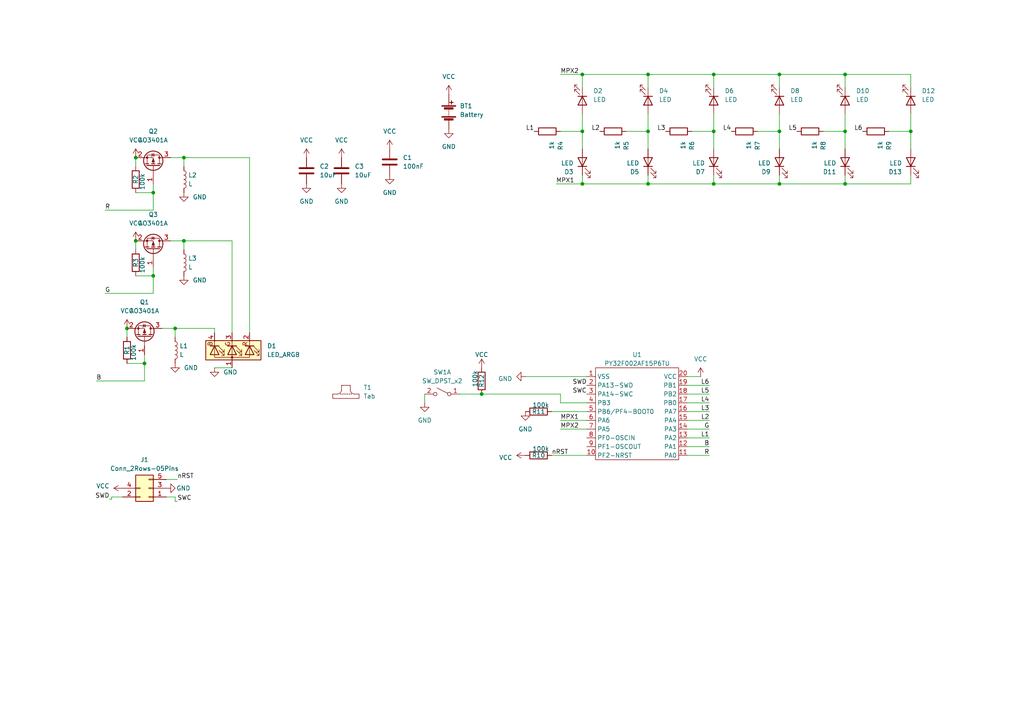
<source format=kicad_sch>
(kicad_sch (version 20250114) (generator "eeschema") (generator_version "9.0")
  (paper "A4")
  (lib_symbols
    (symbol "Connector_Generic:Conn_2Rows-05Pins" (pin_names (offset 1.016) (hide yes))
      (property "Reference" "J" (at 1.27 5.08 0))
      (property "Value" "Conn_2Rows-05Pins" (at 1.27 -5.08 0))
      (symbol "Conn_2Rows-05Pins_1_1"
        (rectangle (start -1.27 3.81) (end 3.81 -3.81) (stroke (width 0.254)) (fill (type background)))
        (rectangle (start -1.27 2.667) (end 0 2.413) (stroke (width 0.1524)))
        (rectangle (start -1.27 0.127) (end 0 -0.127) (stroke (width 0.1524)))
        (rectangle (start -1.27 -2.413) (end 0 -2.667) (stroke (width 0.1524)))
        (rectangle (start 3.81 2.667) (end 2.54 2.413) (stroke (width 0.1524)))
        (rectangle (start 3.81 0.127) (end 2.54 -0.127) (stroke (width 0.1524)))
        (pin passive line (at -5.08 2.54 0) (length 3.81) (name "Pin_1") (number "1"))
        (pin passive line (at -5.08 0 0) (length 3.81) (name "Pin_3") (number "3"))
        (pin passive line (at -5.08 -2.54 0) (length 3.81) (name "Pin_5") (number "5"))
        (pin passive line (at 7.62 2.54 180) (length 3.81) (name "Pin_2") (number "2"))
        (pin passive line (at 7.62 0 180) (length 3.81) (name "Pin_4") (number "4"))
      )
    )
    (symbol "Device:Battery" (pin_numbers (hide yes)) (pin_names (offset 0) (hide yes))
      (property "Reference" "BT" (at 2.54 2.54 0))
      (property "Value" "Battery" (at 2.54 0 0))
      (symbol "Battery_0_1"
        (rectangle (start -2.032 1.778) (end 2.032 1.524) (fill (type outline)))
        (rectangle (start -2.032 -1.397) (end 2.032 -1.651) (fill (type outline)))
        (rectangle (start -1.3208 1.1938) (end 1.27 0.6858) (fill (type outline)))
        (rectangle (start -1.3208 -1.9812) (end 1.27 -2.4892) (fill (type outline)))
        (polyline (pts (xy 0 1.778) (xy 0 2.54)))
        (polyline (pts (xy 0 0.508) (xy 0 0.762)))
        (polyline (pts (xy 0 0) (xy 0 0.254)))
        (polyline (pts (xy 0 -0.508) (xy 0 -0.254)))
        (polyline (pts (xy 0 -1.016) (xy 0 -0.762)))
        (polyline (pts (xy 0 -1.524) (xy 0 -1.27)))
        (polyline (pts (xy 0.254 2.667) (xy 1.27 2.667)) (stroke (width 0.254)))
        (polyline (pts (xy 0.762 3.175) (xy 0.762 2.159)) (stroke (width 0.254)))
      )
      (symbol "Battery_1_1"
        (pin passive line (at 0 5.08 270) (length 2.54) (name "+") (number "1"))
        (pin passive line (at 0 -5.08 90) (length 2.54) (name "-") (number "2"))
      )
    )
    (symbol "Device:C" (pin_numbers (hide yes)) (pin_names (offset 0.254))
      (property "Reference" "C" (at 0.635 2.54 0))
      (property "Value" "C" (at 0.635 -2.54 0))
      (symbol "C_0_1"
        (polyline (pts (xy -2.032 0.762) (xy 2.032 0.762)) (stroke (width 0.508)))
        (polyline (pts (xy -2.032 -0.762) (xy 2.032 -0.762)) (stroke (width 0.508)))
      )
      (symbol "C_1_1"
        (pin passive line (at 0 3.81 270) (length 2.794) (name "~") (number "1"))
        (pin passive line (at 0 -3.81 90) (length 2.794) (name "~") (number "2"))
      )
    )
    (symbol "Device:L" (pin_numbers (hide yes)) (pin_names (offset 1.016) (hide yes))
      (property "Reference" "L" (at -1.27 0 90))
      (property "Value" "L" (at 1.905 0 90))
      (symbol "L_0_1"
        (arc (start 0 2.54) (mid 0.6323 1.905) (end 0 1.27))
        (arc (start 0 1.27) (mid 0.6323 0.635) (end 0 0))
        (arc (start 0 0) (mid 0.6323 -0.635) (end 0 -1.27))
        (arc (start 0 -1.27) (mid 0.6323 -1.905) (end 0 -2.54))
      )
      (symbol "L_1_1"
        (pin passive line (at 0 3.81 270) (length 1.27) (name "1") (number "1"))
        (pin passive line (at 0 -3.81 90) (length 1.27) (name "2") (number "2"))
      )
    )
    (symbol "Device:LED" (pin_numbers (hide yes)) (pin_names (offset 1.016) (hide yes))
      (property "Reference" "D" (at 0 2.54 0))
      (property "Value" "LED" (at 0 -2.54 0))
      (symbol "LED_0_1"
        (polyline (pts (xy -3.048 -0.762) (xy -4.572 -2.286) (xy -3.81 -2.286) (xy -4.572 -2.286) (xy -4.572 -1.524)))
        (polyline (pts (xy -1.778 -0.762) (xy -3.302 -2.286) (xy -2.54 -2.286) (xy -3.302 -2.286) (xy -3.302 -1.524)))
        (polyline (pts (xy -1.27 0) (xy 1.27 0)))
        (polyline (pts (xy -1.27 -1.27) (xy -1.27 1.27)) (stroke (width 0.254)))
        (polyline (pts (xy 1.27 -1.27) (xy 1.27 1.27) (xy -1.27 0) (xy 1.27 -1.27)) (stroke (width 0.254)))
      )
      (symbol "LED_1_1"
        (pin passive line (at -3.81 0 0) (length 2.54) (name "K") (number "1"))
        (pin passive line (at 3.81 0 180) (length 2.54) (name "A") (number "2"))
      )
    )
    (symbol "Device:LED_ARGB" (pin_names (offset 0) (hide yes))
      (property "Reference" "D" (at 0 9.398 0))
      (property "Value" "LED_ARGB" (at 0 -8.89 0))
      (symbol "LED_ARGB_0_0"
        (text "R" (at -1.905 3.81 0) (effects (font (size 1.27 1.27))))
        (text "G" (at -1.905 -1.27 0) (effects (font (size 1.27 1.27))))
        (text "B" (at -1.905 -6.35 0) (effects (font (size 1.27 1.27))))
      )
      (symbol "LED_ARGB_0_1"
        (polyline (pts (xy -1.27 6.35) (xy -1.27 3.81)) (stroke (width 0.254)))
        (polyline (pts (xy -1.27 6.35) (xy -1.27 3.81) (xy -1.27 3.81)))
        (polyline (pts (xy -1.27 5.08) (xy -2.54 5.08)))
        (polyline (pts (xy -1.27 5.08) (xy 1.27 5.08)))
        (polyline (pts (xy -1.27 1.27) (xy -1.27 -1.27)) (stroke (width 0.254)))
        (polyline (pts (xy -1.27 1.27) (xy -1.27 -1.27) (xy -1.27 -1.27)))
        (polyline (pts (xy -1.27 0) (xy -2.54 0)))
        (polyline (pts (xy -1.27 -3.81) (xy -1.27 -6.35)) (stroke (width 0.254)))
        (polyline (pts (xy -1.27 -5.08) (xy -2.54 -5.08)))
        (polyline (pts (xy -1.27 -5.08) (xy 1.27 -5.08)))
        (polyline (pts (xy -1.016 6.35) (xy 0.508 7.874) (xy -0.254 7.874) (xy 0.508 7.874) (xy 0.508 7.112)))
        (polyline (pts (xy -1.016 1.27) (xy 0.508 2.794) (xy -0.254 2.794) (xy 0.508 2.794) (xy 0.508 2.032)))
        (polyline (pts (xy -1.016 -3.81) (xy 0.508 -2.286) (xy -0.254 -2.286) (xy 0.508 -2.286) (xy 0.508 -3.048)))
        (polyline (pts (xy 0 6.35) (xy 1.524 7.874) (xy 0.762 7.874) (xy 1.524 7.874) (xy 1.524 7.112)))
        (polyline (pts (xy 0 1.27) (xy 1.524 2.794) (xy 0.762 2.794) (xy 1.524 2.794) (xy 1.524 2.032)))
        (polyline (pts (xy 0 -3.81) (xy 1.524 -2.286) (xy 0.762 -2.286) (xy 1.524 -2.286) (xy 1.524 -3.048)))
        (polyline (pts (xy 1.27 6.35) (xy 1.27 3.81) (xy -1.27 5.08) (xy 1.27 6.35)) (stroke (width 0.254)))
        (rectangle (start 1.27 6.35) (end 1.27 6.35))
        (rectangle (start 1.27 3.81) (end 1.27 6.35))
        (polyline (pts (xy 1.27 1.27) (xy 1.27 -1.27) (xy -1.27 0) (xy 1.27 1.27)) (stroke (width 0.254)))
        (rectangle (start 1.27 1.27) (end 1.27 1.27))
        (polyline (pts (xy 1.27 0) (xy -1.27 0)))
        (polyline (pts (xy 1.27 0) (xy 2.54 0)))
        (rectangle (start 1.27 -1.27) (end 1.27 1.27))
        (polyline (pts (xy 1.27 -3.81) (xy 1.27 -6.35) (xy -1.27 -5.08) (xy 1.27 -3.81)) (stroke (width 0.254)))
        (polyline (pts (xy 1.27 -5.08) (xy 2.032 -5.08) (xy 2.032 5.08) (xy 1.27 5.08)))
        (circle (center 2.032 0) (radius 0.254) (fill (type outline)))
        (rectangle (start 2.794 8.382) (end -2.794 -7.62) (stroke (width 0.254)) (fill (type background)))
      )
      (symbol "LED_ARGB_1_1"
        (pin passive line (at -5.08 5.08 0) (length 2.54) (name "RK") (number "2"))
        (pin passive line (at -5.08 0 0) (length 2.54) (name "GK") (number "3"))
        (pin passive line (at -5.08 -5.08 0) (length 2.54) (name "BK") (number "4"))
        (pin passive line (at 5.08 0 180) (length 2.54) (name "A") (number "1"))
      )
    )
    (symbol "Device:R" (pin_numbers (hide yes)) (pin_names (offset 0))
      (property "Reference" "R" (at 2.032 0 90))
      (property "Value" "R" (at 0 0 90))
      (symbol "R_0_1"
        (rectangle (start -1.016 -2.54) (end 1.016 2.54) (stroke (width 0.254)))
      )
      (symbol "R_1_1"
        (pin passive line (at 0 3.81 270) (length 1.27) (name "~") (number "1"))
        (pin passive line (at 0 -3.81 90) (length 1.27) (name "~") (number "2"))
      )
    )
    (symbol "PY32F002AF15P6:PY32F002AF15P6TU"
      (property "Reference" "U" (at -8.89 16.51 0))
      (property "Value" "PY32F002AF15P6TU" (at 5.08 16.51 0))
      (symbol "PY32F002AF15P6TU_0_1"
        (rectangle (start -12.7 11.43) (end 11.43 -15.24))
      )
      (symbol "PY32F002AF15P6TU_1_1"
        (pin input line (at -15.24 8.89 0) (length 2.54) (name "VSS") (number "1"))
        (pin input line (at -15.24 6.35 0) (length 2.54) (name "PA13-SWD") (number "2"))
        (pin input line (at -15.24 3.81 0) (length 2.54) (name "PA14-SWC") (number "3"))
        (pin input line (at -15.24 1.27 0) (length 2.54) (name "PB3") (number "4"))
        (pin input line (at -15.24 -1.27 0) (length 2.54) (name "PB6/PF4-BOOT0") (number "5"))
        (pin input line (at -15.24 -3.81 0) (length 2.54) (name "PA6") (number "6"))
        (pin input line (at -15.24 -6.35 0) (length 2.54) (name "PA5") (number "7"))
        (pin input line (at -15.24 -8.89 0) (length 2.54) (name "PF0-OSCIN") (number "8"))
        (pin input line (at -15.24 -11.43 0) (length 2.54) (name "PF1-OSCOUT") (number "9"))
        (pin input line (at -15.24 -13.97 0) (length 2.54) (name "PF2-NRST") (number "10"))
        (pin input line (at 13.97 8.89 180) (length 2.54) (name "VCC") (number "20"))
        (pin input line (at 13.97 6.35 180) (length 2.54) (name "PB1") (number "19"))
        (pin input line (at 13.97 3.81 180) (length 2.54) (name "PB2") (number "18"))
        (pin input line (at 13.97 1.27 180) (length 2.54) (name "PB0") (number "17"))
        (pin input line (at 13.97 -1.27 180) (length 2.54) (name "PA7") (number "16"))
        (pin input line (at 13.97 -3.81 180) (length 2.54) (name "PA4") (number "15"))
        (pin input line (at 13.97 -6.35 180) (length 2.54) (name "PA3") (number "14"))
        (pin input line (at 13.97 -8.89 180) (length 2.54) (name "PA2") (number "13"))
        (pin input line (at 13.97 -11.43 180) (length 2.54) (name "PA1") (number "12"))
        (pin input line (at 13.97 -13.97 180) (length 2.54) (name "PA0") (number "11"))
      )
    )
    (symbol "Switch:SW_DPST_x2" (pin_names (offset 0) (hide yes))
      (property "Reference" "SW" (at 0 3.175 0))
      (property "Value" "SW_DPST_x2" (at 0 -2.54 0))
      (symbol "SW_DPST_x2_0_0"
        (circle (center -2.032 0) (radius 0.508))
        (polyline (pts (xy -1.524 0.254) (xy 1.524 1.778)))
        (circle (center 2.032 0) (radius 0.508))
      )
      (symbol "SW_DPST_x2_1_1"
        (pin passive line (at -5.08 0 0) (length 2.54) (name "A") (number "1"))
        (pin passive line (at 5.08 0 180) (length 2.54) (name "B") (number "2"))
      )
      (symbol "SW_DPST_x2_2_1"
        (pin passive line (at -5.08 0 0) (length 2.54) (name "A") (number "3"))
        (pin passive line (at 5.08 0 180) (length 2.54) (name "B") (number "4"))
      )
    )
    (symbol "Transistor_FET:AO3401A" (pin_names (hide yes))
      (property "Reference" "Q" (at 5.08 1.905 0))
      (property "Value" "AO3401A" (at 5.08 0 0))
      (symbol "AO3401A_0_1"
        (polyline (pts (xy 0.254 1.905) (xy 0.254 -1.905)) (stroke (width 0.254)))
        (polyline (pts (xy 0.254 0) (xy -2.54 0)))
        (polyline (pts (xy 0.762 2.286) (xy 0.762 1.27)) (stroke (width 0.254)))
        (polyline (pts (xy 0.762 1.778) (xy 3.302 1.778) (xy 3.302 -1.778) (xy 0.762 -1.778)))
        (polyline (pts (xy 0.762 0.508) (xy 0.762 -0.508)) (stroke (width 0.254)))
        (polyline (pts (xy 0.762 -1.27) (xy 0.762 -2.286)) (stroke (width 0.254)))
        (circle (center 1.651 0) (radius 2.794) (stroke (width 0.254)))
        (polyline (pts (xy 2.286 0) (xy 1.27 0.381) (xy 1.27 -0.381) (xy 2.286 0)) (fill (type outline)))
        (polyline (pts (xy 2.54 2.54) (xy 2.54 1.778)))
        (circle (center 2.54 1.778) (radius 0.254) (fill (type outline)))
        (circle (center 2.54 -1.778) (radius 0.254) (fill (type outline)))
        (polyline (pts (xy 2.54 -2.54) (xy 2.54 0) (xy 0.762 0)))
        (polyline (pts (xy 2.794 -0.508) (xy 2.921 -0.381) (xy 3.683 -0.381) (xy 3.81 -0.254)))
        (polyline (pts (xy 3.302 -0.381) (xy 2.921 0.254) (xy 3.683 0.254) (xy 3.302 -0.381)))
      )
      (symbol "AO3401A_1_1"
        (pin input line (at -5.08 0 0) (length 2.54) (name "G") (number "1"))
        (pin passive line (at 2.54 5.08 270) (length 2.54) (name "D") (number "3"))
        (pin passive line (at 2.54 -5.08 90) (length 2.54) (name "S") (number "2"))
      )
    )
    (symbol "kikit:Tab" (in_bom no)
      (property "Reference" "T" (at 0 3.81 0))
      (property "Value" "Tab" (at 0 -2.54 0))
      (symbol "Tab_0_1"
        (polyline (pts (xy -3.81 0) (xy -2.54 0)) (stroke (width 0.1524)))
        (polyline (pts (xy -3.81 0) (xy -3.81 -1.27) (xy 3.81 -1.27) (xy 3.81 0)) (stroke (width 0.1524)))
        (arc (start -1.27 1.27) (mid -1.642 0.372) (end -2.54 0) (stroke (width 0.1524)))
        (circle (center -1.524 0) (radius 0.0762) (stroke (width 0.1524)))
        (polyline (pts (xy -1.27 1.27) (xy -1.27 2.54)) (stroke (width 0.1524)))
        (circle (center -1.016 0) (radius 0.0762) (stroke (width 0.1524)))
        (circle (center -0.508 0) (radius 0.0762) (stroke (width 0.1524)))
        (circle (center 0 0) (radius 0.0762) (stroke (width 0.1524)))
        (circle (center 0.508 0) (radius 0.0762) (stroke (width 0.1524)))
        (circle (center 1.016 0) (radius 0.0762) (stroke (width 0.1524)))
        (polyline (pts (xy 1.27 2.54) (xy -1.27 2.54)) (stroke (width 0.1524)))
        (polyline (pts (xy 1.27 1.27) (xy 1.27 2.54)) (stroke (width 0.1524)))
        (circle (center 1.524 0) (radius 0.0762) (stroke (width 0.1524)))
        (arc (start 2.54 0) (mid 1.642 0.372) (end 1.27 1.27) (stroke (width 0.1524)))
        (polyline (pts (xy 2.54 0) (xy 3.81 0)) (stroke (width 0.1524)))
      )
    )
    (symbol "power:GND" (power) (pin_names (offset 0))
      (property "Value" "GND" (at 0 -3.81 0))
      (symbol "GND_0_1"
        (polyline (pts (xy 0 0) (xy 0 -1.27) (xy 1.27 -1.27) (xy 0 -2.54) (xy -1.27 -1.27) (xy 0 -1.27)))
      )
      (symbol "GND_1_1"
        (pin power_in line (at 0 0 270) (length 0) (hide yes) (name "GND") (number "1"))
      )
    )
    (symbol "power:VCC" (power) (pin_names (offset 0))
      (property "Value" "VCC" (at 0 3.81 0))
      (symbol "VCC_0_1"
        (polyline (pts (xy -0.762 1.27) (xy 0 2.54)))
        (polyline (pts (xy 0 2.54) (xy 0.762 1.27)))
        (polyline (pts (xy 0 0) (xy 0 2.54)))
      )
      (symbol "VCC_1_1"
        (pin power_in line (at 0 0 90) (length 0) (hide yes) (name "VCC") (number "1"))
      )
    )
  )
  (junction (at 36.83 95.25))
  (junction (at 168.91 38.1))
  (junction (at 245.11 21.59))
  (junction (at 39.37 45.72))
  (junction (at 245.11 53.34))
  (junction (at 50.8 95.25))
  (junction (at 207.01 53.34))
  (junction (at 264.16 38.1))
  (junction (at 44.45 80.01))
  (junction (at 207.01 38.1))
  (junction (at 226.06 38.1))
  (junction (at 39.37 69.85))
  (junction (at 44.45 55.88))
  (junction (at 168.91 21.59))
  (junction (at 53.34 45.72))
  (junction (at 139.7 114.3))
  (junction (at 226.06 21.59))
  (junction (at 41.91 105.41))
  (junction (at 187.96 38.1))
  (junction (at 187.96 21.59))
  (junction (at 245.11 38.1))
  (junction (at 226.06 53.34))
  (junction (at 53.34 69.85))
  (junction (at 187.96 53.34))
  (junction (at 168.91 53.34))
  (junction (at 207.01 21.59))
  (wire (pts (xy 187.96 21.59) (xy 168.91 21.59)))
  (wire (pts (xy 162.56 121.92) (xy 170.18 121.92)))
  (wire (pts (xy 226.06 50.8) (xy 226.06 53.34)))
  (wire (pts (xy 245.11 33.02) (xy 245.11 38.1)))
  (wire (pts (xy 32.385 144.78) (xy 32.385 144.145)))
  (wire (pts (xy 207.01 33.02) (xy 207.01 38.1)))
  (wire (pts (xy 44.45 55.88) (xy 44.45 60.96)))
  (wire (pts (xy 226.06 33.02) (xy 226.06 38.1)))
  (wire (pts (xy 264.16 25.4) (xy 264.16 21.59)))
  (wire (pts (xy 44.45 55.88) (xy 44.45 53.34)))
  (wire (pts (xy 32.385 144.145) (xy 35.56 144.145)))
  (wire (pts (xy 36.83 105.41) (xy 41.91 105.41)))
  (wire (pts (xy 207.01 25.4) (xy 207.01 21.59)))
  (wire (pts (xy 50.8 144.145) (xy 48.26 144.145)))
  (wire (pts (xy 162.56 124.46) (xy 170.18 124.46)))
  (wire (pts (xy 53.34 69.85) (xy 53.34 72.39)))
  (wire (pts (xy 39.37 80.01) (xy 44.45 80.01)))
  (wire (pts (xy 49.53 45.72) (xy 53.34 45.72)))
  (wire (pts (xy 205.74 124.46) (xy 199.39 124.46)))
  (wire (pts (xy 50.8 145.415) (xy 50.8 144.145)))
  (wire (pts (xy 245.11 50.8) (xy 245.11 53.34)))
  (wire (pts (xy 53.34 69.85) (xy 67.31 69.85)))
  (wire (pts (xy 31.75 144.78) (xy 32.385 144.78)))
  (wire (pts (xy 162.56 38.1) (xy 168.91 38.1)))
  (wire (pts (xy 205.74 119.38) (xy 199.39 119.38)))
  (wire (pts (xy 205.74 132.08) (xy 199.39 132.08)))
  (wire (pts (xy 162.56 21.59) (xy 168.91 21.59)))
  (wire (pts (xy 44.45 80.01) (xy 44.45 85.09)))
  (wire (pts (xy 226.06 25.4) (xy 226.06 21.59)))
  (wire (pts (xy 245.11 25.4) (xy 245.11 21.59)))
  (wire (pts (xy 36.83 95.25) (xy 36.83 97.79)))
  (wire (pts (xy 199.39 109.22) (xy 203.2 109.22)))
  (wire (pts (xy 245.11 38.1) (xy 245.11 43.18)))
  (wire (pts (xy 39.37 69.85) (xy 39.37 72.39)))
  (wire (pts (xy 181.61 38.1) (xy 187.96 38.1)))
  (wire (pts (xy 41.91 105.41) (xy 41.91 102.87)))
  (wire (pts (xy 30.48 60.96) (xy 44.45 60.96)))
  (wire (pts (xy 160.02 132.08) (xy 170.18 132.08)))
  (wire (pts (xy 50.8 95.25) (xy 50.8 97.79)))
  (wire (pts (xy 168.91 53.34) (xy 187.96 53.34)))
  (wire (pts (xy 226.06 38.1) (xy 226.06 43.18)))
  (wire (pts (xy 238.76 38.1) (xy 245.11 38.1)))
  (wire (pts (xy 207.01 38.1) (xy 207.01 43.18)))
  (wire (pts (xy 39.37 55.88) (xy 44.45 55.88)))
  (wire (pts (xy 205.74 114.3) (xy 199.39 114.3)))
  (wire (pts (xy 27.94 110.49) (xy 41.91 110.49)))
  (wire (pts (xy 51.435 145.415) (xy 50.8 145.415)))
  (wire (pts (xy 46.99 95.25) (xy 50.8 95.25)))
  (wire (pts (xy 162.56 114.3) (xy 162.56 116.84)))
  (wire (pts (xy 264.16 50.8) (xy 264.16 53.34)))
  (wire (pts (xy 245.11 21.59) (xy 226.06 21.59)))
  (wire (pts (xy 72.39 45.72) (xy 72.39 96.52)))
  (wire (pts (xy 207.01 53.34) (xy 226.06 53.34)))
  (wire (pts (xy 152.4 109.22) (xy 170.18 109.22)))
  (wire (pts (xy 53.34 45.72) (xy 72.39 45.72)))
  (wire (pts (xy 187.96 53.34) (xy 207.01 53.34)))
  (wire (pts (xy 219.71 38.1) (xy 226.06 38.1)))
  (wire (pts (xy 207.01 21.59) (xy 187.96 21.59)))
  (wire (pts (xy 49.53 69.85) (xy 53.34 69.85)))
  (wire (pts (xy 123.19 114.3) (xy 123.19 116.84)))
  (wire (pts (xy 257.81 38.1) (xy 264.16 38.1)))
  (wire (pts (xy 161.29 53.34) (xy 168.91 53.34)))
  (wire (pts (xy 205.74 129.54) (xy 199.39 129.54)))
  (wire (pts (xy 162.56 116.84) (xy 170.18 116.84)))
  (wire (pts (xy 62.23 95.25) (xy 50.8 95.25)))
  (wire (pts (xy 41.91 105.41) (xy 41.91 110.49)))
  (wire (pts (xy 160.02 119.38) (xy 170.18 119.38)))
  (wire (pts (xy 226.06 53.34) (xy 245.11 53.34)))
  (wire (pts (xy 187.96 38.1) (xy 187.96 43.18)))
  (wire (pts (xy 62.23 96.52) (xy 62.23 95.25)))
  (wire (pts (xy 264.16 33.02) (xy 264.16 38.1)))
  (wire (pts (xy 30.48 85.09) (xy 44.45 85.09)))
  (wire (pts (xy 245.11 53.34) (xy 264.16 53.34)))
  (wire (pts (xy 187.96 50.8) (xy 187.96 53.34)))
  (wire (pts (xy 205.74 127) (xy 199.39 127)))
  (wire (pts (xy 53.34 45.72) (xy 53.34 48.26)))
  (wire (pts (xy 187.96 33.02) (xy 187.96 38.1)))
  (wire (pts (xy 168.91 38.1) (xy 168.91 43.18)))
  (wire (pts (xy 133.35 114.3) (xy 139.7 114.3)))
  (wire (pts (xy 226.06 21.59) (xy 207.01 21.59)))
  (wire (pts (xy 39.37 45.72) (xy 39.37 48.26)))
  (wire (pts (xy 200.66 38.1) (xy 207.01 38.1)))
  (wire (pts (xy 205.74 116.84) (xy 199.39 116.84)))
  (wire (pts (xy 168.91 50.8) (xy 168.91 53.34)))
  (wire (pts (xy 168.91 25.4) (xy 168.91 21.59)))
  (wire (pts (xy 67.31 69.85) (xy 67.31 96.52)))
  (wire (pts (xy 205.74 111.76) (xy 199.39 111.76)))
  (wire (pts (xy 48.26 139.065) (xy 51.435 139.065)))
  (wire (pts (xy 207.01 50.8) (xy 207.01 53.34)))
  (wire (pts (xy 264.16 21.59) (xy 245.11 21.59)))
  (wire (pts (xy 187.96 25.4) (xy 187.96 21.59)))
  (wire (pts (xy 264.16 38.1) (xy 264.16 43.18)))
  (wire (pts (xy 44.45 80.01) (xy 44.45 77.47)))
  (wire (pts (xy 139.7 114.3) (xy 162.56 114.3)))
  (wire (pts (xy 62.23 106.68) (xy 67.31 106.68)))
  (wire (pts (xy 168.91 33.02) (xy 168.91 38.1)))
  (wire (pts (xy 205.74 121.92) (xy 199.39 121.92)))
  (label "MPX1" (at 162.56 121.92 0))
  (label "SWC" (at 170.18 114.3 180))
  (label "L1" (at 205.74 127 180))
  (label "L5" (at 231.14 38.1 180))
  (label "L2" (at 205.74 121.92 180))
  (label "B" (at 27.94 110.49 0))
  (label "R" (at 30.48 60.96 0))
  (label "L4" (at 212.09 38.1 180))
  (label "L2" (at 173.99 38.1 180))
  (label "L6" (at 205.74 111.76 180))
  (label "L5" (at 205.74 114.3 180))
  (label "MPX2" (at 162.56 21.59 0))
  (label "nRST" (at 160.02 132.08 0))
  (label "SWD" (at 31.75 144.78 180))
  (label "L3" (at 205.74 119.38 180))
  (label "B" (at 205.74 129.54 180))
  (label "G" (at 205.74 124.46 180))
  (label "SWC" (at 51.435 145.415 0))
  (label "L1" (at 154.94 38.1 180))
  (label "L6" (at 250.19 38.1 180))
  (label "MPX2" (at 162.56 124.46 0))
  (label "L3" (at 193.04 38.1 180))
  (label "L4" (at 205.74 116.84 180))
  (label "nRST" (at 51.435 139.065 0))
  (label "MPX1" (at 161.29 53.34 0))
  (label "SWD" (at 170.18 111.76 180))
  (label "R" (at 205.74 132.08 180))
  (label "G" (at 30.48 85.09 0))
  (symbol (lib_id "Device:LED") (at 245.11 46.99 90) (unit 1)
    (property "Reference" "D11" (at 242.57 49.8476 90) (effects (justify left)))
    (property "Value" "LED" (at 242.57 47.3076 90) (effects (justify left)))
    (property "Footprint" "LED_SMD:LED_0805_2012Metric" (effects (hide yes)))
  )
  (symbol (lib_id "Device:R") (at 39.37 76.2 0) (unit 1)
    (property "Reference" "R3" (at 39.37 76.2 90))
    (property "Value" "100k" (at 41.275 76.835 90))
    (property "Footprint" "Resistor_SMD:R_0603_1608Metric" (effects (hide yes)))
  )
  (symbol (lib_id "Device:R") (at 254 38.1 270) (unit 1)
    (property "Reference" "R9" (at 257.8101 40.894 0) (effects (justify left)))
    (property "Value" "1k" (at 255.2701 40.894 0) (effects (justify left)))
    (property "Footprint" "Resistor_SMD:R_0603_1608Metric" (effects (hide yes)))
  )
  (symbol (lib_id "Connector_Generic:Conn_2Rows-05Pins") (at 43.18 141.605 180) (unit 1)
    (property "Reference" "J1" (at 41.91 133.35 0))
    (property "Value" "Conn_2Rows-05Pins" (at 41.91 135.89 0))
    (property "Footprint" "karifa:ProgConnector_5pin" (effects (hide yes)))
  )
  (symbol (lib_id "kikit:Tab") (at 100.33 114.3 0) (unit 1) (in_bom no)
    (property "Reference" "T1" (at 105.41 112.3949 0) (effects (justify left)))
    (property "Value" "Tab" (at 105.41 114.9349 0) (effects (justify left)))
    (property "Footprint" "kikit:Tab" (effects (hide yes)))
  )
  (symbol (lib_id "Device:L") (at 53.34 52.07 0) (unit 1)
    (property "Reference" "L2" (at 54.61 50.7999 0) (effects (justify left)))
    (property "Value" "L" (at 54.61 53.3399 0) (effects (justify left)))
    (property "Footprint" "Inductor_SMD:L_1008_2520Metric" (effects (hide yes)))
  )
  (symbol (lib_id "Device:C") (at 99.06 49.53 0) (unit 1)
    (property "Reference" "C3" (at 102.87 48.2599 0) (effects (justify left)))
    (property "Value" "10uF" (at 102.87 50.7999 0) (effects (justify left)))
    (property "Footprint" "Capacitor_SMD:C_0805_2012Metric" (effects (hide yes)))
  )
  (symbol (lib_id "Device:LED") (at 207.01 29.21 270) (unit 1)
    (property "Reference" "D6" (at 210.185 26.3524 90) (effects (justify left)))
    (property "Value" "LED" (at 210.185 28.8924 90) (effects (justify left)))
    (property "Footprint" "LED_SMD:LED_0805_2012Metric" (effects (hide yes)))
  )
  (symbol (lib_id "Transistor_FET:AO3401A") (at 44.45 72.39 270) (mirror x) (unit 1)
    (property "Reference" "Q3" (at 44.45 62.23 90))
    (property "Value" "AO3401A" (at 44.45 64.77 90))
    (property "Footprint" "karifa:SOT-23" (effects (hide yes)))
    (property "Datasheet" "http://www.aosmd.com/pdfs/datasheet/AO3401A.pdf" (effects (hide yes)))
  )
  (symbol (lib_id "Device:R") (at 36.83 101.6 0) (unit 1)
    (property "Reference" "R1" (at 36.83 101.6 90))
    (property "Value" "100k" (at 38.735 102.235 90))
    (property "Footprint" "Resistor_SMD:R_0603_1608Metric" (effects (hide yes)))
  )
  (symbol (lib_id "Device:LED") (at 168.91 29.21 270) (unit 1)
    (property "Reference" "D2" (at 172.085 26.3524 90) (effects (justify left)))
    (property "Value" "LED" (at 172.085 28.8924 90) (effects (justify left)))
    (property "Footprint" "LED_SMD:LED_0805_2012Metric" (effects (hide yes)))
  )
  (symbol (lib_id "power:GND") (at 99.06 53.34 0) (unit 1)
    (property "Reference" "#PWR0120" (effects (hide yes)))
    (property "Value" "GND" (at 99.06 58.42 0))
  )
  (symbol (lib_id "Device:LED") (at 187.96 29.21 270) (unit 1)
    (property "Reference" "D4" (at 191.135 26.3524 90) (effects (justify left)))
    (property "Value" "LED" (at 191.135 28.8924 90) (effects (justify left)))
    (property "Footprint" "LED_SMD:LED_0805_2012Metric" (effects (hide yes)))
  )
  (symbol (lib_id "Device:L") (at 53.34 76.2 0) (unit 1)
    (property "Reference" "L3" (at 54.61 74.9299 0) (effects (justify left)))
    (property "Value" "L" (at 54.61 77.4699 0) (effects (justify left)))
    (property "Footprint" "Inductor_SMD:L_1008_2520Metric" (effects (hide yes)))
  )
  (symbol (lib_id "Device:R") (at 215.9 38.1 270) (unit 1)
    (property "Reference" "R7" (at 219.7101 40.894 0) (effects (justify left)))
    (property "Value" "1k" (at 217.1701 40.894 0) (effects (justify left)))
    (property "Footprint" "Resistor_SMD:R_0603_1608Metric" (effects (hide yes)))
  )
  (symbol (lib_id "Device:Battery") (at 130.175 32.385 0) (unit 1)
    (property "Reference" "BT1" (at 133.35 30.7339 0) (effects (justify left)))
    (property "Value" "Battery" (at 133.35 33.2739 0) (effects (justify left)))
    (property "Footprint" "karifa:CR2032_Holder" (effects (hide yes)))
  )
  (symbol (lib_id "Device:LED") (at 264.16 46.99 90) (unit 1)
    (property "Reference" "D13" (at 261.62 49.8476 90) (effects (justify left)))
    (property "Value" "LED" (at 261.62 47.3076 90) (effects (justify left)))
    (property "Footprint" "LED_SMD:LED_0805_2012Metric" (effects (hide yes)))
  )
  (symbol (lib_id "power:VCC") (at 39.37 69.85 0) (unit 1)
    (property "Reference" "#PWR0116" (effects (hide yes)))
    (property "Value" "VCC" (at 39.37 64.77 0))
  )
  (symbol (lib_id "Device:LED") (at 245.11 29.21 270) (unit 1)
    (property "Reference" "D10" (at 248.285 26.3524 90) (effects (justify left)))
    (property "Value" "LED" (at 248.285 28.8924 90) (effects (justify left)))
    (property "Footprint" "LED_SMD:LED_0805_2012Metric" (effects (hide yes)))
  )
  (symbol (lib_id "power:GND") (at 62.23 106.68 0) (unit 1)
    (property "Reference" "#PWR0107" (effects (hide yes)))
    (property "Value" "GND" (at 64.77 107.9499 0) (effects (justify left)))
  )
  (symbol (lib_id "Device:LED") (at 264.16 29.21 270) (unit 1)
    (property "Reference" "D12" (at 267.335 26.3524 90) (effects (justify left)))
    (property "Value" "LED" (at 267.335 28.8924 90) (effects (justify left)))
    (property "Footprint" "LED_SMD:LED_0805_2012Metric" (effects (hide yes)))
  )
  (symbol (lib_id "power:VCC") (at 35.56 141.605 90) (unit 1)
    (property "Reference" "#PWR01" (effects (hide yes)))
    (property "Value" "VCC" (at 31.75 140.97 90) (effects (justify left)))
  )
  (symbol (lib_id "power:VCC") (at 88.9 45.72 0) (unit 1)
    (property "Reference" "#PWR0117" (effects (hide yes)))
    (property "Value" "VCC" (at 88.9 40.64 0))
  )
  (symbol (lib_id "PY32F002AF15P6:PY32F002AF15P6TU") (at 185.42 118.11 0) (unit 1)
    (property "Reference" "U1" (at 184.785 102.87 0))
    (property "Value" "PY32F002AF15P6TU" (at 184.785 105.41 0))
    (property "Footprint" "karifa:TSSOP-20_4.4x6.5mm_P0.65mm" (effects (hide yes)))
  )
  (symbol (lib_id "power:VCC") (at 39.37 45.72 0) (unit 1)
    (property "Reference" "#PWR0115" (effects (hide yes)))
    (property "Value" "VCC" (at 39.37 40.64 0))
  )
  (symbol (lib_id "power:GND") (at 53.34 55.88 0) (unit 1)
    (property "Reference" "#PWR0114" (effects (hide yes)))
    (property "Value" "GND" (at 55.88 57.1499 0) (effects (justify left)))
  )
  (symbol (lib_id "Device:R") (at 196.85 38.1 270) (unit 1)
    (property "Reference" "R6" (at 200.6601 40.894 0) (effects (justify left)))
    (property "Value" "1k" (at 198.1201 40.894 0) (effects (justify left)))
    (property "Footprint" "Resistor_SMD:R_0603_1608Metric" (effects (hide yes)))
  )
  (symbol (lib_id "power:VCC") (at 130.175 27.305 0) (unit 1)
    (property "Reference" "#PWR0105" (effects (hide yes)))
    (property "Value" "VCC" (at 130.175 22.225 0))
  )
  (symbol (lib_id "Device:R") (at 158.75 38.1 270) (unit 1)
    (property "Reference" "R4" (at 162.5601 40.894 0) (effects (justify left)))
    (property "Value" "1k" (at 160.0201 40.894 0) (effects (justify left)))
    (property "Footprint" "Resistor_SMD:R_0603_1608Metric" (effects (hide yes)))
  )
  (symbol (lib_id "Device:LED") (at 187.96 46.99 90) (unit 1)
    (property "Reference" "D5" (at 185.42 49.8476 90) (effects (justify left)))
    (property "Value" "LED" (at 185.42 47.3076 90) (effects (justify left)))
    (property "Footprint" "LED_SMD:LED_0805_2012Metric" (effects (hide yes)))
  )
  (symbol (lib_id "power:GND") (at 53.34 80.01 0) (unit 1)
    (property "Reference" "#PWR0113" (effects (hide yes)))
    (property "Value" "GND" (at 55.88 81.2799 0) (effects (justify left)))
  )
  (symbol (lib_id "Device:R") (at 139.7 110.49 180) (unit 1)
    (property "Reference" "R12" (at 139.7 110.49 90))
    (property "Value" "100k" (at 137.795 109.855 90))
    (property "Footprint" "Resistor_SMD:R_0603_1608Metric" (effects (hide yes)))
  )
  (symbol (lib_id "Device:R") (at 156.21 119.38 90) (unit 1)
    (property "Reference" "R11" (at 156.21 119.38 90))
    (property "Value" "100k" (at 156.845 117.475 90))
    (property "Footprint" "Resistor_SMD:R_0603_1608Metric" (effects (hide yes)))
  )
  (symbol (lib_id "Device:R") (at 177.8 38.1 270) (unit 1)
    (property "Reference" "R5" (at 181.6101 40.894 0) (effects (justify left)))
    (property "Value" "1k" (at 179.0701 40.894 0) (effects (justify left)))
    (property "Footprint" "Resistor_SMD:R_0603_1608Metric" (effects (hide yes)))
  )
  (symbol (lib_id "Device:LED_ARGB") (at 67.31 101.6 270) (unit 1)
    (property "Reference" "D1" (at 77.47 100.3299 90) (effects (justify left)))
    (property "Value" "LED_ARGB" (at 77.47 102.8699 90) (effects (justify left)))
    (property "Footprint" "karifa:LED_RGB_Wuerth-PLCC4_3.2x2.8mm_150141M173100" (effects (hide yes)))
  )
  (symbol (lib_id "Transistor_FET:AO3401A") (at 44.45 48.26 270) (mirror x) (unit 1)
    (property "Reference" "Q2" (at 44.45 38.1 90))
    (property "Value" "AO3401A" (at 44.45 40.64 90))
    (property "Footprint" "karifa:SOT-23" (effects (hide yes)))
    (property "Datasheet" "http://www.aosmd.com/pdfs/datasheet/AO3401A.pdf" (effects (hide yes)))
  )
  (symbol (lib_id "Device:LED") (at 226.06 46.99 90) (unit 1)
    (property "Reference" "D9" (at 223.52 49.8476 90) (effects (justify left)))
    (property "Value" "LED" (at 223.52 47.3076 90) (effects (justify left)))
    (property "Footprint" "LED_SMD:LED_0805_2012Metric" (effects (hide yes)))
  )
  (symbol (lib_id "Device:C") (at 88.9 49.53 0) (unit 1)
    (property "Reference" "C2" (at 92.71 48.2599 0) (effects (justify left)))
    (property "Value" "10uF" (at 92.71 50.7999 0) (effects (justify left)))
    (property "Footprint" "Capacitor_SMD:C_0805_2012Metric" (effects (hide yes)))
  )
  (symbol (lib_id "power:GND") (at 88.9 53.34 0) (unit 1)
    (property "Reference" "#PWR0119" (effects (hide yes)))
    (property "Value" "GND" (at 88.9 58.42 0))
  )
  (symbol (lib_id "power:GND") (at 130.175 37.465 0) (unit 1)
    (property "Reference" "#PWR0104" (effects (hide yes)))
    (property "Value" "GND" (at 130.175 42.545 0))
  )
  (symbol (lib_id "Device:R") (at 234.95 38.1 270) (unit 1)
    (property "Reference" "R8" (at 238.7601 40.894 0) (effects (justify left)))
    (property "Value" "1k" (at 236.2201 40.894 0) (effects (justify left)))
    (property "Footprint" "Resistor_SMD:R_0603_1608Metric" (effects (hide yes)))
  )
  (symbol (lib_id "power:GND") (at 50.8 105.41 0) (unit 1)
    (property "Reference" "#PWR0108" (effects (hide yes)))
    (property "Value" "GND" (at 53.34 106.6799 0) (effects (justify left)))
  )
  (symbol (lib_id "power:VCC") (at 36.83 95.25 0) (unit 1)
    (property "Reference" "#PWR0109" (effects (hide yes)))
    (property "Value" "VCC" (at 36.83 90.17 0))
  )
  (symbol (lib_id "Device:C") (at 113.03 46.99 0) (unit 1)
    (property "Reference" "C1" (at 116.84 45.7199 0) (effects (justify left)))
    (property "Value" "100nF" (at 116.84 48.2599 0) (effects (justify left)))
    (property "Footprint" "Capacitor_SMD:C_0805_2012Metric" (effects (hide yes)))
  )
  (symbol (lib_id "Device:R") (at 156.21 132.08 90) (unit 1)
    (property "Reference" "R10" (at 156.21 132.08 90))
    (property "Value" "100k" (at 156.845 130.175 90))
    (property "Footprint" "Resistor_SMD:R_0603_1608Metric" (effects (hide yes)))
  )
  (symbol (lib_id "power:VCC") (at 203.2 109.22 0) (unit 1)
    (property "Reference" "#PWR0111" (effects (hide yes)))
    (property "Value" "VCC" (at 203.2 104.14 0))
  )
  (symbol (lib_id "power:GND") (at 152.4 119.38 0) (unit 1)
    (property "Reference" "#PWR04" (effects (hide yes)))
    (property "Value" "GND" (at 152.4 124.46 0))
  )
  (symbol (lib_id "power:VCC") (at 152.4 132.08 90) (unit 1)
    (property "Reference" "#PWR03" (effects (hide yes)))
    (property "Value" "VCC" (at 148.59 132.715 90) (effects (justify left)))
  )
  (symbol (lib_id "Device:LED") (at 207.01 46.99 90) (unit 1)
    (property "Reference" "D7" (at 204.47 49.8476 90) (effects (justify left)))
    (property "Value" "LED" (at 204.47 47.3076 90) (effects (justify left)))
    (property "Footprint" "LED_SMD:LED_0805_2012Metric" (effects (hide yes)))
  )
  (symbol (lib_id "power:GND") (at 152.4 109.22 270) (unit 1)
    (property "Reference" "#PWR05" (effects (hide yes)))
    (property "Value" "GND" (at 148.59 109.855 90) (effects (justify right)))
  )
  (symbol (lib_id "power:GND") (at 113.03 50.8 0) (unit 1)
    (property "Reference" "#PWR0106" (effects (hide yes)))
    (property "Value" "GND" (at 113.03 55.88 0))
  )
  (symbol (lib_id "Device:LED") (at 168.91 46.99 90) (unit 1)
    (property "Reference" "D3" (at 166.37 49.8476 90) (effects (justify left)))
    (property "Value" "LED" (at 166.37 47.3076 90) (effects (justify left)))
    (property "Footprint" "LED_SMD:LED_0805_2012Metric" (effects (hide yes)))
  )
  (symbol (lib_id "power:VCC") (at 113.03 43.18 0) (unit 1)
    (property "Reference" "#PWR0103" (effects (hide yes)))
    (property "Value" "VCC" (at 113.03 38.1 0))
  )
  (symbol (lib_id "Device:L") (at 50.8 101.6 0) (unit 1)
    (property "Reference" "L1" (at 52.07 100.3299 0) (effects (justify left)))
    (property "Value" "L" (at 52.07 102.8699 0) (effects (justify left)))
    (property "Footprint" "Inductor_SMD:L_1008_2520Metric" (effects (hide yes)))
  )
  (symbol (lib_id "power:GND") (at 48.26 141.605 90) (unit 1)
    (property "Reference" "#PWR02" (effects (hide yes)))
    (property "Value" "GND" (at 55.245 141.605 90) (effects (justify left)))
  )
  (symbol (lib_id "Switch:SW_DPST_x2") (at 128.27 114.3 0) (mirror y) (unit 1)
    (property "Reference" "SW1" (at 128.27 107.95 0))
    (property "Value" "SW_DPST_x2" (at 128.27 110.49 0))
    (property "Footprint" "Button_Switch_SMD:SW_SPST_TL3342" (effects (hide yes)))
  )
  (symbol (lib_id "Device:R") (at 39.37 52.07 0) (unit 1)
    (property "Reference" "R2" (at 39.37 52.07 90))
    (property "Value" "100k" (at 41.275 52.705 90))
    (property "Footprint" "Resistor_SMD:R_0603_1608Metric" (effects (hide yes)))
  )
  (symbol (lib_id "Device:LED") (at 226.06 29.21 270) (unit 1)
    (property "Reference" "D8" (at 229.235 26.3524 90) (effects (justify left)))
    (property "Value" "LED" (at 229.235 28.8924 90) (effects (justify left)))
    (property "Footprint" "LED_SMD:LED_0805_2012Metric" (effects (hide yes)))
  )
  (symbol (lib_id "power:GND") (at 123.19 116.84 0) (unit 1)
    (property "Reference" "#PWR07" (effects (hide yes)))
    (property "Value" "GND" (at 123.19 121.92 0))
  )
  (symbol (lib_id "power:VCC") (at 139.7 106.68 0) (unit 1)
    (property "Reference" "#PWR06" (effects (hide yes)))
    (property "Value" "VCC" (at 139.7 102.87 0))
  )
  (symbol (lib_id "Transistor_FET:AO3401A") (at 41.91 97.79 270) (mirror x) (unit 1)
    (property "Reference" "Q1" (at 41.91 87.63 90))
    (property "Value" "AO3401A" (at 41.91 90.17 90))
    (property "Footprint" "karifa:SOT-23" (effects (hide yes)))
    (property "Datasheet" "http://www.aosmd.com/pdfs/datasheet/AO3401A.pdf" (effects (hide yes)))
  )
  (symbol (lib_id "power:VCC") (at 99.06 45.72 0) (unit 1)
    (property "Reference" "#PWR0118" (effects (hide yes)))
    (property "Value" "VCC" (at 99.06 40.64 0))
  )
)
</source>
